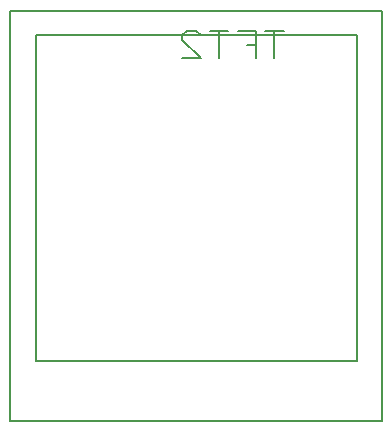
<source format=gbr>
G04 EAGLE Gerber RS-274X export*
G75*
%MOMM*%
%FSLAX34Y34*%
%LPD*%
%INSilkscreen Bottom*%
%IPPOS*%
%AMOC8*
5,1,8,0,0,1.08239X$1,22.5*%
G01*
%ADD10C,0.127000*%
%ADD11C,0.203200*%


D10*
X136000Y137910D02*
X-136000Y137910D01*
X-136000Y-138290D01*
X136000Y-138290D01*
X136000Y137910D01*
X157600Y157910D02*
X-157600Y157910D01*
X-157600Y-189090D01*
X157600Y-189090D01*
X157600Y157910D01*
D11*
X66188Y141314D02*
X66188Y117926D01*
X73984Y141314D02*
X58392Y141314D01*
X50596Y141314D02*
X50596Y117926D01*
X50596Y141314D02*
X35004Y141314D01*
X42800Y129620D02*
X50596Y129620D01*
X19412Y117926D02*
X19412Y141314D01*
X27208Y141314D02*
X11616Y141314D01*
X3820Y117926D02*
X-11772Y117926D01*
X3820Y117926D02*
X-11772Y133518D01*
X-11772Y137416D01*
X-7874Y141314D01*
X-78Y141314D01*
X3820Y137416D01*
M02*

</source>
